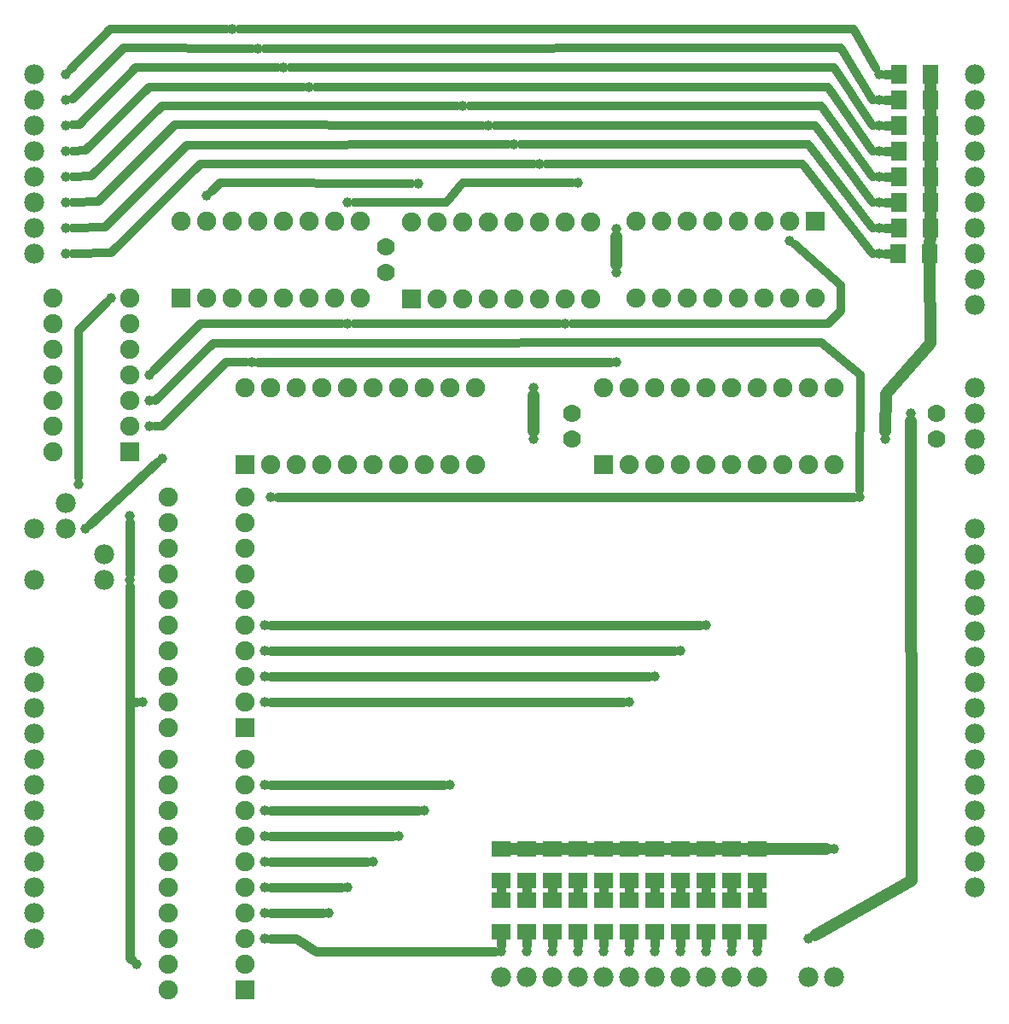
<source format=gtl>
G04 MADE WITH FRITZING*
G04 WWW.FRITZING.ORG*
G04 DOUBLE SIDED*
G04 HOLES PLATED*
G04 CONTOUR ON CENTER OF CONTOUR VECTOR*
%ASAXBY*%
%FSLAX23Y23*%
%MOIN*%
%OFA0B0*%
%SFA1.0B1.0*%
%ADD10C,0.039370*%
%ADD11C,0.070000*%
%ADD12C,0.078000*%
%ADD13C,0.075000*%
%ADD14R,0.074803X0.062992*%
%ADD15R,0.062992X0.074803*%
%ADD16R,0.075000X0.075000*%
%ADD17C,0.032000*%
%ADD18C,0.038000*%
%ADD19C,0.048000*%
%LNCOPPER1*%
G90*
G70*
G54D10*
X221Y3650D03*
X871Y3825D03*
X971Y3750D03*
X1071Y3675D03*
X1171Y3600D03*
X1771Y3525D03*
X1871Y3450D03*
X1971Y3375D03*
X2071Y3300D03*
X221Y3550D03*
X221Y3450D03*
X221Y3350D03*
X221Y3250D03*
X221Y3150D03*
X221Y3050D03*
X221Y2950D03*
X3421Y2225D03*
X996Y1200D03*
X996Y1300D03*
X996Y1400D03*
X996Y1500D03*
X996Y275D03*
X996Y375D03*
X996Y475D03*
X996Y575D03*
X996Y675D03*
X996Y775D03*
X996Y875D03*
X2921Y225D03*
X2821Y225D03*
X2721Y225D03*
X2621Y225D03*
X2521Y225D03*
X2421Y225D03*
X2321Y225D03*
X2221Y225D03*
X2121Y225D03*
X2021Y225D03*
X1921Y225D03*
X3221Y625D03*
G54D11*
X1471Y2875D03*
X1471Y2975D03*
G54D12*
X96Y1375D03*
X96Y1275D03*
X96Y1175D03*
X96Y1075D03*
X96Y975D03*
X96Y875D03*
X96Y775D03*
X96Y675D03*
X96Y575D03*
X96Y475D03*
X96Y375D03*
X96Y275D03*
G54D10*
X2721Y1500D03*
X2621Y1400D03*
X2521Y1300D03*
X2421Y1200D03*
X1246Y375D03*
X1321Y475D03*
X1421Y575D03*
X1521Y675D03*
X1621Y775D03*
X1721Y875D03*
X471Y1675D03*
X496Y175D03*
X521Y1200D03*
X946Y2525D03*
X2371Y2525D03*
X471Y1925D03*
X1021Y2000D03*
X546Y2375D03*
X1321Y2675D03*
X2171Y2675D03*
X1321Y3150D03*
X2221Y3225D03*
X546Y2475D03*
X3046Y3000D03*
X2371Y2875D03*
X2370Y3047D03*
X1595Y3222D03*
X771Y3175D03*
G54D12*
X3771Y2125D03*
X3771Y2425D03*
X3771Y2225D03*
X3771Y2325D03*
X3121Y125D03*
X3221Y125D03*
G54D10*
X3121Y275D03*
X3521Y2325D03*
G54D11*
X2196Y2225D03*
X2196Y2325D03*
X3621Y2225D03*
X3621Y2325D03*
G54D10*
X3396Y2950D03*
X3396Y3050D03*
X3396Y3150D03*
X3396Y3250D03*
X3396Y3350D03*
X3396Y3450D03*
X3396Y3650D03*
X3396Y3550D03*
X3321Y2000D03*
G54D13*
X2321Y2125D03*
X2321Y2425D03*
X2421Y2125D03*
X2421Y2425D03*
X2521Y2125D03*
X2521Y2425D03*
X2621Y2125D03*
X2621Y2425D03*
X2721Y2125D03*
X2721Y2425D03*
X2821Y2125D03*
X2821Y2425D03*
X2921Y2125D03*
X2921Y2425D03*
X3021Y2125D03*
X3021Y2425D03*
X3121Y2125D03*
X3121Y2425D03*
X3221Y2125D03*
X3221Y2425D03*
X920Y2127D03*
X920Y2427D03*
X1020Y2127D03*
X1020Y2427D03*
X1120Y2127D03*
X1120Y2427D03*
X1220Y2127D03*
X1220Y2427D03*
X1320Y2127D03*
X1320Y2427D03*
X1420Y2127D03*
X1420Y2427D03*
X1520Y2127D03*
X1520Y2427D03*
X1620Y2127D03*
X1620Y2427D03*
X1720Y2127D03*
X1720Y2427D03*
X1820Y2127D03*
X1820Y2427D03*
X921Y75D03*
X621Y75D03*
X921Y175D03*
X621Y175D03*
X921Y275D03*
X621Y275D03*
X921Y375D03*
X621Y375D03*
X921Y475D03*
X621Y475D03*
X921Y575D03*
X621Y575D03*
X921Y675D03*
X621Y675D03*
X921Y775D03*
X621Y775D03*
X921Y875D03*
X621Y875D03*
X921Y975D03*
X621Y975D03*
X921Y1100D03*
X621Y1100D03*
X921Y1200D03*
X621Y1200D03*
X921Y1300D03*
X621Y1300D03*
X921Y1400D03*
X621Y1400D03*
X921Y1500D03*
X621Y1500D03*
X921Y1600D03*
X621Y1600D03*
X921Y1700D03*
X621Y1700D03*
X921Y1800D03*
X621Y1800D03*
X921Y1900D03*
X621Y1900D03*
X921Y2000D03*
X621Y2000D03*
G54D12*
X1921Y125D03*
X2021Y125D03*
X2121Y125D03*
X2221Y125D03*
X2321Y125D03*
X2421Y125D03*
X2521Y125D03*
X2621Y125D03*
X2721Y125D03*
X2821Y125D03*
X2921Y125D03*
X3771Y1875D03*
X3771Y1775D03*
X3771Y1675D03*
X3771Y1575D03*
X3771Y1475D03*
X3771Y1375D03*
X3771Y1275D03*
X3771Y1175D03*
X3771Y1075D03*
X3771Y975D03*
X3771Y875D03*
X3771Y775D03*
X3771Y675D03*
X3771Y575D03*
X3771Y475D03*
X96Y1875D03*
X3771Y2750D03*
X3771Y2850D03*
G54D13*
X3146Y3075D03*
X3146Y2775D03*
X3046Y3075D03*
X3046Y2775D03*
X2946Y3075D03*
X2946Y2775D03*
X2846Y3075D03*
X2846Y2775D03*
X2746Y3075D03*
X2746Y2775D03*
X2646Y3075D03*
X2646Y2775D03*
X2546Y3075D03*
X2546Y2775D03*
X2446Y3075D03*
X2446Y2775D03*
X671Y2775D03*
X671Y3075D03*
X771Y2775D03*
X771Y3075D03*
X871Y2775D03*
X871Y3075D03*
X971Y2775D03*
X971Y3075D03*
X1071Y2775D03*
X1071Y3075D03*
X1171Y2775D03*
X1171Y3075D03*
X1271Y2775D03*
X1271Y3075D03*
X1371Y2775D03*
X1371Y3075D03*
X1570Y2772D03*
X1570Y3072D03*
X1670Y2772D03*
X1670Y3072D03*
X1770Y2772D03*
X1770Y3072D03*
X1870Y2772D03*
X1870Y3072D03*
X1970Y2772D03*
X1970Y3072D03*
X2070Y2772D03*
X2070Y3072D03*
X2170Y2772D03*
X2170Y3072D03*
X2270Y2772D03*
X2270Y3072D03*
G54D12*
X96Y2950D03*
X96Y3050D03*
X96Y3150D03*
X96Y3250D03*
X96Y3350D03*
X96Y3450D03*
X96Y3550D03*
X96Y3650D03*
X3771Y2950D03*
X3771Y3050D03*
X3771Y3150D03*
X3771Y3250D03*
X3771Y3350D03*
X3771Y3450D03*
X3771Y3550D03*
X3771Y3650D03*
X371Y1775D03*
X371Y1675D03*
X96Y1675D03*
G54D13*
X471Y2175D03*
X171Y2175D03*
X471Y2275D03*
X171Y2275D03*
X471Y2375D03*
X171Y2375D03*
X471Y2475D03*
X171Y2475D03*
X471Y2575D03*
X171Y2575D03*
X471Y2675D03*
X171Y2675D03*
X471Y2775D03*
X171Y2775D03*
G54D10*
X2046Y2225D03*
X2046Y2425D03*
X546Y2275D03*
X296Y1875D03*
X596Y2150D03*
G54D12*
X221Y1875D03*
X221Y1975D03*
G54D10*
X396Y2775D03*
X271Y2050D03*
G54D14*
X2221Y303D03*
X2221Y425D03*
X2021Y303D03*
X2021Y425D03*
X2121Y303D03*
X2121Y425D03*
X1921Y303D03*
X1921Y425D03*
X2721Y303D03*
X2721Y425D03*
X2821Y303D03*
X2821Y425D03*
X2921Y303D03*
X2921Y425D03*
X2421Y303D03*
X2421Y425D03*
X2321Y303D03*
X2321Y425D03*
X2621Y303D03*
X2621Y425D03*
X2521Y303D03*
X2521Y425D03*
X2221Y503D03*
X2221Y625D03*
X1921Y503D03*
X1921Y625D03*
X2021Y503D03*
X2021Y625D03*
X2121Y503D03*
X2121Y625D03*
X2721Y503D03*
X2721Y625D03*
X2821Y503D03*
X2821Y625D03*
G54D15*
X3471Y2950D03*
X3593Y2950D03*
X3474Y3050D03*
X3596Y3050D03*
X3474Y3150D03*
X3596Y3150D03*
X3474Y3250D03*
X3596Y3250D03*
X3474Y3350D03*
X3596Y3350D03*
X3474Y3450D03*
X3596Y3450D03*
X3474Y3550D03*
X3596Y3550D03*
X3474Y3650D03*
X3596Y3650D03*
G54D14*
X2921Y503D03*
X2921Y625D03*
X2421Y503D03*
X2421Y625D03*
X2321Y503D03*
X2321Y625D03*
X2621Y503D03*
X2621Y625D03*
X2521Y503D03*
X2521Y625D03*
G54D16*
X2321Y2125D03*
X920Y2127D03*
X921Y75D03*
X921Y1100D03*
X3146Y3075D03*
X671Y2775D03*
X1570Y2772D03*
X471Y2175D03*
G54D17*
X3371Y3550D02*
X3246Y3751D01*
D02*
X947Y3750D02*
X446Y3751D01*
D02*
X3246Y3751D02*
X996Y3750D01*
D02*
X246Y3551D02*
X246Y3551D01*
D02*
X446Y3751D02*
X246Y3551D01*
D02*
X3372Y3550D02*
X3371Y3550D01*
D02*
X847Y3825D02*
X394Y3825D01*
D02*
X3296Y3825D02*
X896Y3825D01*
D02*
X394Y3825D02*
X239Y3668D01*
D02*
X3384Y3671D02*
X3296Y3825D01*
D02*
X3096Y3300D02*
X3371Y2950D01*
D02*
X3371Y2950D02*
X3372Y2950D01*
D02*
X2096Y3300D02*
X3096Y3300D01*
D02*
X3371Y3050D02*
X3372Y3050D01*
D02*
X3121Y3375D02*
X3371Y3050D01*
D02*
X1996Y3375D02*
X3121Y3375D01*
D02*
X3146Y3450D02*
X3371Y3150D01*
D02*
X3371Y3150D02*
X3372Y3150D01*
D02*
X1896Y3450D02*
X3146Y3450D01*
D02*
X3371Y3250D02*
X3372Y3250D01*
D02*
X3171Y3525D02*
X3371Y3250D01*
D02*
X1796Y3525D02*
X3171Y3525D01*
D02*
X3371Y3350D02*
X3372Y3350D01*
D02*
X3196Y3600D02*
X3371Y3350D01*
D02*
X1196Y3600D02*
X3196Y3600D01*
D02*
X3371Y3450D02*
X3372Y3450D01*
D02*
X3221Y3675D02*
X3371Y3450D01*
D02*
X1096Y3675D02*
X3221Y3675D01*
D02*
X746Y2675D02*
X1297Y2675D01*
D02*
X564Y2492D02*
X746Y2675D01*
D02*
X246Y3050D02*
X372Y3051D01*
D02*
X320Y3251D02*
X246Y3250D01*
D02*
X598Y3525D02*
X320Y3251D01*
D02*
X646Y3451D02*
X346Y3151D01*
D02*
X346Y3151D02*
X246Y3150D01*
D02*
X372Y3051D02*
X694Y3373D01*
D02*
X398Y2951D02*
X246Y2950D01*
D02*
X746Y3299D02*
X398Y2951D01*
D02*
X2047Y3300D02*
X746Y3299D01*
D02*
X694Y3373D02*
X1947Y3375D01*
D02*
X1847Y3450D02*
X646Y3451D01*
D02*
X1747Y3525D02*
X598Y3525D01*
D02*
X298Y3351D02*
X246Y3350D01*
D02*
X546Y3599D02*
X298Y3351D01*
D02*
X1147Y3600D02*
X546Y3599D01*
D02*
X494Y3677D02*
X272Y3451D01*
D02*
X272Y3451D02*
X246Y3451D01*
D02*
X1047Y3675D02*
X494Y3677D01*
G54D18*
D02*
X3446Y2950D02*
X3421Y2950D01*
D02*
X3448Y3050D02*
X3421Y3050D01*
D02*
X3448Y3150D02*
X3421Y3150D01*
D02*
X3448Y3250D02*
X3421Y3250D01*
D02*
X3448Y3350D02*
X3421Y3350D01*
D02*
X3448Y3450D02*
X3421Y3450D01*
D02*
X3448Y3550D02*
X3421Y3550D01*
D02*
X3421Y3650D02*
X3448Y3650D01*
G54D17*
D02*
X3195Y2676D02*
X2196Y2675D01*
D02*
X3246Y2725D02*
X3195Y2676D01*
D02*
X3246Y2825D02*
X3246Y2725D01*
D02*
X3065Y2984D02*
X3246Y2825D01*
G54D19*
D02*
X3422Y2401D02*
X3421Y2255D01*
D02*
X3596Y2600D02*
X3422Y2401D01*
D02*
X3596Y3382D02*
X3596Y3418D01*
D02*
X3596Y3282D02*
X3596Y3318D01*
D02*
X3596Y3182D02*
X3596Y3218D01*
D02*
X3596Y3082D02*
X3596Y3118D01*
D02*
X3594Y2982D02*
X3595Y3018D01*
D02*
X3594Y2918D02*
X3596Y2600D01*
G54D18*
D02*
X1196Y225D02*
X1121Y275D01*
D02*
X1121Y275D02*
X1021Y275D01*
D02*
X1897Y225D02*
X1196Y225D01*
G54D19*
D02*
X3596Y3582D02*
X3596Y3618D01*
D02*
X3596Y3482D02*
X3596Y3518D01*
G54D18*
D02*
X2397Y1200D02*
X1021Y1200D01*
D02*
X2121Y277D02*
X2121Y250D01*
D02*
X2021Y277D02*
X2021Y250D01*
D02*
X1921Y277D02*
X1921Y250D01*
D02*
X1921Y451D02*
X1921Y477D01*
D02*
X2121Y451D02*
X2121Y477D01*
D02*
X2021Y451D02*
X2021Y477D01*
D02*
X2221Y451D02*
X2221Y477D01*
D02*
X2721Y451D02*
X2721Y477D01*
D02*
X2821Y451D02*
X2821Y477D01*
D02*
X2921Y451D02*
X2921Y477D01*
D02*
X2321Y451D02*
X2321Y477D01*
D02*
X2421Y451D02*
X2421Y477D01*
D02*
X2621Y451D02*
X2621Y477D01*
D02*
X2521Y451D02*
X2521Y477D01*
G54D19*
D02*
X3191Y625D02*
X2953Y625D01*
G54D18*
D02*
X2921Y277D02*
X2921Y250D01*
D02*
X2821Y277D02*
X2821Y250D01*
D02*
X2721Y277D02*
X2721Y250D01*
D02*
X2621Y277D02*
X2621Y250D01*
D02*
X2521Y277D02*
X2521Y250D01*
D02*
X2421Y277D02*
X2421Y250D01*
D02*
X2321Y277D02*
X2321Y250D01*
D02*
X2221Y277D02*
X2221Y250D01*
G54D19*
D02*
X1989Y625D02*
X1953Y625D01*
D02*
X2089Y625D02*
X2053Y625D01*
D02*
X2189Y625D02*
X2153Y625D01*
D02*
X2289Y625D02*
X2253Y625D01*
D02*
X2389Y625D02*
X2353Y625D01*
D02*
X2489Y625D02*
X2453Y625D01*
D02*
X2589Y625D02*
X2553Y625D01*
D02*
X2689Y625D02*
X2653Y625D01*
D02*
X2789Y625D02*
X2753Y625D01*
D02*
X2889Y625D02*
X2853Y625D01*
G54D18*
D02*
X1222Y375D02*
X1021Y375D01*
D02*
X1697Y875D02*
X1021Y875D01*
D02*
X1597Y775D02*
X1021Y775D01*
D02*
X1497Y675D02*
X1021Y675D01*
D02*
X1397Y575D02*
X1021Y575D01*
D02*
X1297Y475D02*
X1021Y475D01*
D02*
X2497Y1300D02*
X1021Y1300D01*
D02*
X2597Y1400D02*
X1021Y1400D01*
D02*
X1020Y1499D02*
X1021Y1499D01*
D02*
X2697Y1500D02*
X1020Y1499D01*
D02*
X471Y1901D02*
X471Y1700D01*
D02*
X971Y2525D02*
X2347Y2525D01*
D02*
X471Y1200D02*
X497Y1200D01*
D02*
X479Y192D02*
X471Y200D01*
D02*
X471Y200D02*
X471Y1200D01*
D02*
X471Y1200D02*
X471Y1651D01*
G54D17*
D02*
X2147Y2675D02*
X1346Y2675D01*
D02*
X1771Y3225D02*
X2197Y3225D01*
D02*
X1705Y3150D02*
X1771Y3225D01*
D02*
X1346Y3150D02*
X1705Y3150D01*
D02*
X789Y3192D02*
X822Y3225D01*
D02*
X822Y3225D02*
X1571Y3222D01*
G54D19*
D02*
X2371Y2905D02*
X2371Y3017D01*
D02*
X3522Y501D02*
X3147Y290D01*
D02*
X3521Y2295D02*
X3522Y501D01*
G54D18*
D02*
X1046Y2000D02*
X3297Y2000D01*
G54D19*
D02*
X2046Y2255D02*
X2046Y2395D01*
G54D17*
D02*
X3322Y2474D02*
X3171Y2601D01*
D02*
X3171Y2601D02*
X796Y2600D01*
D02*
X796Y2600D02*
X571Y2374D01*
D02*
X571Y2374D02*
X571Y2374D01*
D02*
X3321Y2025D02*
X3322Y2474D01*
D02*
X596Y2275D02*
X571Y2275D01*
D02*
X922Y2525D02*
X846Y2525D01*
D02*
X846Y2525D02*
X596Y2275D01*
G54D18*
D02*
X578Y2134D02*
X314Y1892D01*
G54D17*
D02*
X271Y2650D02*
X271Y2075D01*
D02*
X379Y2758D02*
X271Y2650D01*
G04 End of Copper1*
M02*
</source>
